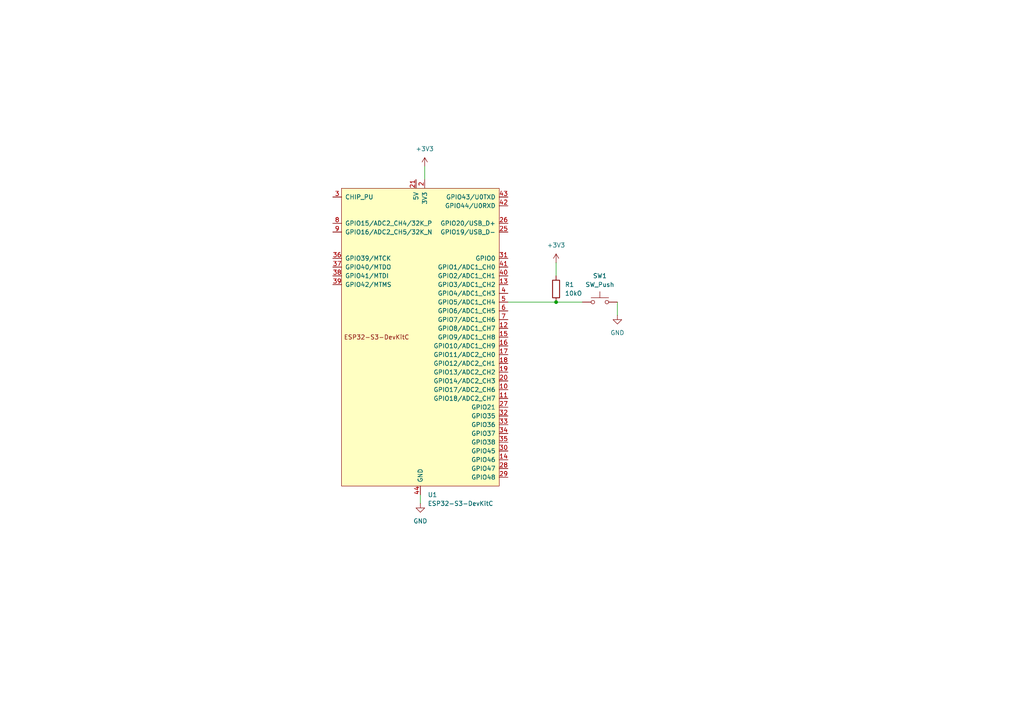
<source format=kicad_sch>
(kicad_sch (version 20250114) (generator "eeschema") (generator_version "9.0")
  (paper "A4")
  (lib_symbols
    (symbol "Device:R" (pin_numbers (hide yes)) (pin_names (offset 0))
      (property "Reference" "R" (at 2.032 0 90))
      (property "Value" "R" (at 0 0 90))
      (symbol "R_0_1"
        (rectangle (start -1.016 -2.54) (end 1.016 2.54) (stroke (width 0.254)))
      )
      (symbol "R_1_1"
        (pin passive line (at 0 3.81 270) (length 1.27) (name "~") (number "1"))
        (pin passive line (at 0 -3.81 90) (length 1.27) (name "~") (number "2"))
      )
    )
    (symbol "PCM_Espressif:ESP32-S3-DevKitC" (pin_names (offset 1.016))
      (property "Reference" "U" (at -22.86 48.26 0))
      (property "Value" "ESP32-S3-DevKitC" (at -22.86 45.72 0))
      (symbol "ESP32-S3-DevKitC_0_0"
        (text "ESP32-S3-DevKitC" (at -12.7 0 0) (effects (font (size 1.27 1.27))))
        (pin bidirectional line (at -25.4 15.24 0) (length 2.54) (name "GPIO42/MTMS") (number "39"))
        (pin power_in line (at 0 -45.72 90) (length 2.54) (name "GND") (number "44"))
        (pin bidirectional line (at 25.4 40.64 180) (length 2.54) (name "GPIO43/U0TXD") (number "43"))
        (pin bidirectional line (at 25.4 38.1 180) (length 2.54) (name "GPIO44/U0RXD") (number "42"))
        (pin bidirectional line (at 25.4 20.32 180) (length 2.54) (name "GPIO1/ADC1_CH0") (number "41"))
        (pin bidirectional line (at 25.4 17.78 180) (length 2.54) (name "GPIO2/ADC1_CH1") (number "40"))
        (pin bidirectional line (at 25.4 -10.16 180) (length 2.54) (name "GPIO13/ADC2_CH2") (number "19"))
        (pin bidirectional line (at 25.4 -35.56 180) (length 2.54) (name "GPIO46") (number "14"))
      )
      (symbol "ESP32-S3-DevKitC_0_1"
        (rectangle (start -22.86 43.18) (end 22.86 -43.18) (fill (type background)))
        (pin power_in line (at 1.27 45.72 270) (length 2.54) (name "3V3") (number "2"))
      )
      (symbol "ESP32-S3-DevKitC_1_1"
        (pin input line (at -25.4 40.64 0) (length 2.54) (name "CHIP_PU") (number "3"))
        (pin bidirectional line (at -25.4 33.02 0) (length 2.54) (name "GPIO15/ADC2_CH4/32K_P") (number "8"))
        (pin bidirectional line (at -25.4 30.48 0) (length 2.54) (name "GPIO16/ADC2_CH5/32K_N") (number "9"))
        (pin bidirectional line (at -25.4 22.86 0) (length 2.54) (name "GPIO39/MTCK") (number "36"))
        (pin bidirectional line (at -25.4 20.32 0) (length 2.54) (name "GPIO40/MTDO") (number "37"))
        (pin bidirectional line (at -25.4 17.78 0) (length 2.54) (name "GPIO41/MTDI") (number "38"))
        (pin power_in line (at -1.27 45.72 270) (length 2.54) (name "5V") (number "21"))
        (pin passive line (at 0 -45.72 90) (length 2.54) (hide yes) (name "GND") (number "22"))
        (pin passive line (at 0 -45.72 90) (length 2.54) (hide yes) (name "GND") (number "23"))
        (pin passive line (at 0 -45.72 90) (length 2.54) (hide yes) (name "GND") (number "24"))
        (pin passive line (at 1.27 45.72 270) (length 2.54) (hide yes) (name "3V3") (number "1"))
        (pin bidirectional line (at 25.4 33.02 180) (length 2.54) (name "GPIO20/USB_D+") (number "26"))
        (pin bidirectional line (at 25.4 30.48 180) (length 2.54) (name "GPIO19/USB_D-") (number "25"))
        (pin bidirectional line (at 25.4 22.86 180) (length 2.54) (name "GPIO0") (number "31"))
        (pin bidirectional line (at 25.4 15.24 180) (length 2.54) (name "GPIO3/ADC1_CH2") (number "13"))
        (pin bidirectional line (at 25.4 12.7 180) (length 2.54) (name "GPIO4/ADC1_CH3") (number "4"))
        (pin bidirectional line (at 25.4 10.16 180) (length 2.54) (name "GPIO5/ADC1_CH4") (number "5"))
        (pin bidirectional line (at 25.4 7.62 180) (length 2.54) (name "GPIO6/ADC1_CH5") (number "6"))
        (pin bidirectional line (at 25.4 5.08 180) (length 2.54) (name "GPIO7/ADC1_CH6") (number "7"))
        (pin bidirectional line (at 25.4 2.54 180) (length 2.54) (name "GPIO8/ADC1_CH7") (number "12"))
        (pin bidirectional line (at 25.4 0 180) (length 2.54) (name "GPIO9/ADC1_CH8") (number "15"))
        (pin bidirectional line (at 25.4 -2.54 180) (length 2.54) (name "GPIO10/ADC1_CH9") (number "16"))
        (pin bidirectional line (at 25.4 -5.08 180) (length 2.54) (name "GPIO11/ADC2_CH0") (number "17"))
        (pin bidirectional line (at 25.4 -7.62 180) (length 2.54) (name "GPIO12/ADC2_CH1") (number "18"))
        (pin bidirectional line (at 25.4 -12.7 180) (length 2.54) (name "GPIO14/ADC2_CH3") (number "20"))
        (pin bidirectional line (at 25.4 -15.24 180) (length 2.54) (name "GPIO17/ADC2_CH6") (number "10"))
        (pin bidirectional line (at 25.4 -17.78 180) (length 2.54) (name "GPIO18/ADC2_CH7") (number "11"))
        (pin bidirectional line (at 25.4 -20.32 180) (length 2.54) (name "GPIO21") (number "27"))
        (pin bidirectional line (at 25.4 -22.86 180) (length 2.54) (name "GPIO35") (number "32"))
        (pin bidirectional line (at 25.4 -25.4 180) (length 2.54) (name "GPIO36") (number "33"))
        (pin bidirectional line (at 25.4 -27.94 180) (length 2.54) (name "GPIO37") (number "34"))
        (pin bidirectional line (at 25.4 -30.48 180) (length 2.54) (name "GPIO38") (number "35"))
        (pin bidirectional line (at 25.4 -33.02 180) (length 2.54) (name "GPIO45") (number "30"))
        (pin bidirectional line (at 25.4 -38.1 180) (length 2.54) (name "GPIO47") (number "28"))
        (pin bidirectional line (at 25.4 -40.64 180) (length 2.54) (name "GPIO48") (number "29"))
      )
    )
    (symbol "Switch:SW_Push" (pin_numbers (hide yes)) (pin_names (offset 1.016) (hide yes))
      (property "Reference" "SW" (at 1.27 2.54 0))
      (property "Value" "SW_Push" (at 0 -1.524 0))
      (symbol "SW_Push_0_1"
        (circle (center -2.032 0) (radius 0.508))
        (polyline (pts (xy 0 1.27) (xy 0 3.048)))
        (circle (center 2.032 0) (radius 0.508))
        (polyline (pts (xy 2.54 1.27) (xy -2.54 1.27)))
        (pin passive line (at -5.08 0 0) (length 2.54) (name "1") (number "1"))
        (pin passive line (at 5.08 0 180) (length 2.54) (name "2") (number "2"))
      )
    )
    (symbol "power:+3V3" (power) (pin_numbers (hide yes)) (pin_names (offset 0) (hide yes))
      (property "Value" "+3V3" (at 0 3.556 0))
      (symbol "+3V3_0_1"
        (polyline (pts (xy -0.762 1.27) (xy 0 2.54)))
        (polyline (pts (xy 0 2.54) (xy 0.762 1.27)))
        (polyline (pts (xy 0 0) (xy 0 2.54)))
      )
      (symbol "+3V3_1_1"
        (pin power_in line (at 0 0 90) (length 0) (name "~") (number "1"))
      )
    )
    (symbol "power:GND" (power) (pin_numbers (hide yes)) (pin_names (offset 0) (hide yes))
      (property "Value" "GND" (at 0 -3.81 0))
      (symbol "GND_0_1"
        (polyline (pts (xy 0 0) (xy 0 -1.27) (xy 1.27 -1.27) (xy 0 -2.54) (xy -1.27 -1.27) (xy 0 -1.27)))
      )
      (symbol "GND_1_1"
        (pin power_in line (at 0 0 270) (length 0) (name "~") (number "1"))
      )
    )
  )
  (junction (at 161.29 87.63))
  (wire (pts (xy 147.32 87.63) (xy 161.29 87.63)))
  (wire (pts (xy 161.29 87.63) (xy 168.91 87.63)))
  (wire (pts (xy 121.92 146.05) (xy 121.92 143.51)))
  (wire (pts (xy 123.19 48.26) (xy 123.19 52.07)))
  (wire (pts (xy 161.29 76.2) (xy 161.29 80.01)))
  (wire (pts (xy 179.07 87.63) (xy 179.07 91.44)))
  (symbol (lib_id "Switch:SW_Push") (at 173.99 87.63 0) (unit 1)
    (property "Reference" "SW1" (at 173.99 80.01 0))
    (property "Value" "SW_Push" (at 173.99 82.55 0))
    (property "Description" "Push button switch, generic, two pins" (effects (hide yes)))
  )
  (symbol (lib_id "power:+3V3") (at 161.29 76.2 0) (unit 1)
    (property "Reference" "#PWR06" (effects (hide yes)))
    (property "Value" "+3V3" (at 161.29 71.12 0))
    (property "Description" "Power symbol creates a global label with name \"+3V3\"" (effects (hide yes)))
  )
  (symbol (lib_id "power:+3V3") (at 123.19 48.26 0) (unit 1)
    (property "Reference" "#PWR02" (effects (hide yes)))
    (property "Value" "+3V3" (at 123.19 43.18 0))
    (property "Description" "Power symbol creates a global label with name \"+3V3\"" (effects (hide yes)))
  )
  (symbol (lib_id "Device:R") (at 161.29 83.82 0) (unit 1)
    (property "Reference" "R1" (at 163.83 82.5499 0) (effects (justify left)))
    (property "Value" "10kO" (at 163.83 85.0899 0) (effects (justify left)))
    (property "Description" "Resistor" (effects (hide yes)))
  )
  (symbol (lib_id "PCM_Espressif:ESP32-S3-DevKitC") (at 121.92 97.79 0) (unit 1)
    (property "Reference" "U1" (at 124.0633 143.51 0) (effects (justify left)))
    (property "Value" "ESP32-S3-DevKitC" (at 124.0633 146.05 0) (effects (justify left)))
    (property "Footprint" "PCM_Espressif:ESP32-S3-DevKitC" (effects (hide yes)))
    (property "Description" "ESP32-S3-DevKitC" (effects (hide yes)))
  )
  (symbol (lib_id "power:GND") (at 179.07 91.44 0) (unit 1)
    (property "Reference" "#PWR03" (effects (hide yes)))
    (property "Value" "GND" (at 179.07 96.52 0))
    (property "Description" "Power symbol creates a global label with name \"GND\" , ground" (effects (hide yes)))
  )
  (symbol (lib_id "power:GND") (at 121.92 146.05 0) (unit 1)
    (property "Reference" "#PWR01" (effects (hide yes)))
    (property "Value" "GND" (at 121.92 151.13 0))
    (property "Description" "Power symbol creates a global label with name \"GND\" , ground" (effects (hide yes)))
  )
)
</source>
